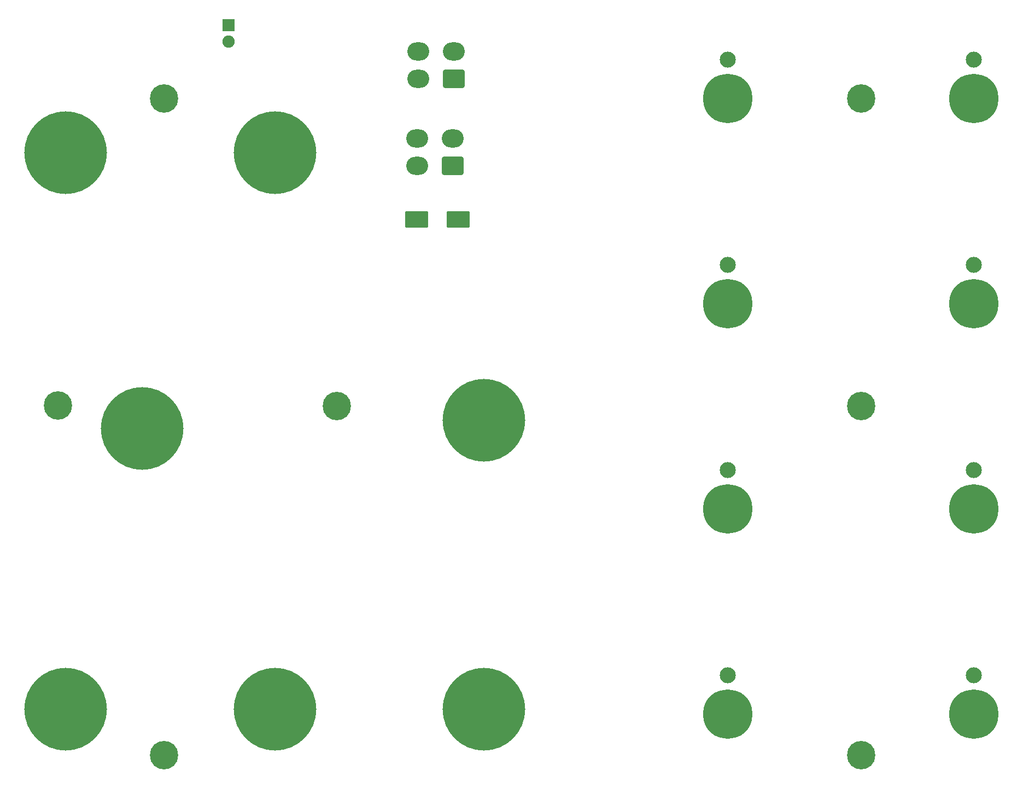
<source format=gbr>
%TF.GenerationSoftware,KiCad,Pcbnew,(6.0.9)*%
%TF.CreationDate,2022-12-07T12:29:01-09:00*%
%TF.ProjectId,COMM Panel,434f4d4d-2050-4616-9e65-6c2e6b696361,rev?*%
%TF.SameCoordinates,Original*%
%TF.FileFunction,Soldermask,Bot*%
%TF.FilePolarity,Negative*%
%FSLAX46Y46*%
G04 Gerber Fmt 4.6, Leading zero omitted, Abs format (unit mm)*
G04 Created by KiCad (PCBNEW (6.0.9)) date 2022-12-07 12:29:01*
%MOMM*%
%LPD*%
G01*
G04 APERTURE LIST*
G04 Aperture macros list*
%AMRoundRect*
0 Rectangle with rounded corners*
0 $1 Rounding radius*
0 $2 $3 $4 $5 $6 $7 $8 $9 X,Y pos of 4 corners*
0 Add a 4 corners polygon primitive as box body*
4,1,4,$2,$3,$4,$5,$6,$7,$8,$9,$2,$3,0*
0 Add four circle primitives for the rounded corners*
1,1,$1+$1,$2,$3*
1,1,$1+$1,$4,$5*
1,1,$1+$1,$6,$7*
1,1,$1+$1,$8,$9*
0 Add four rect primitives between the rounded corners*
20,1,$1+$1,$2,$3,$4,$5,0*
20,1,$1+$1,$4,$5,$6,$7,0*
20,1,$1+$1,$6,$7,$8,$9,0*
20,1,$1+$1,$8,$9,$2,$3,0*%
G04 Aperture macros list end*
%ADD10O,3.400000X2.800000*%
%ADD11RoundRect,0.300001X1.399999X-1.099999X1.399999X1.099999X-1.399999X1.099999X-1.399999X-1.099999X0*%
%ADD12C,12.800000*%
%ADD13C,4.400000*%
%ADD14C,7.640752*%
%ADD15C,2.481250*%
%ADD16C,1.900000*%
%ADD17RoundRect,0.050000X-0.900000X0.900000X-0.900000X-0.900000X0.900000X-0.900000X0.900000X0.900000X0*%
%ADD18RoundRect,0.300000X1.500000X1.000000X-1.500000X1.000000X-1.500000X-1.000000X1.500000X-1.000000X0*%
G04 APERTURE END LIST*
D10*
%TO.C,J2*%
X136842000Y-47870000D03*
X136842000Y-52070000D03*
X142342000Y-47870000D03*
D11*
X142342000Y-52070000D03*
%TD*%
D10*
%TO.C,J1*%
X136943000Y-34408000D03*
X136943000Y-38608000D03*
X142443000Y-34408000D03*
D11*
X142443000Y-38608000D03*
%TD*%
D12*
%TO.C,G3*%
X94190570Y-92683622D03*
X94190570Y-92683622D03*
%TD*%
D13*
%TO.C,21*%
X97619570Y-143229622D03*
%TD*%
%TO.C,23*%
X205569570Y-89254622D03*
%TD*%
D14*
%TO.C,9*%
X223019370Y-41629622D03*
D15*
X223019370Y-35629622D03*
D14*
X223019370Y-41629622D03*
%TD*%
%TO.C,8*%
X184919370Y-41629622D03*
D15*
X184919370Y-35629622D03*
D14*
X184919370Y-41629622D03*
%TD*%
%TO.C,11*%
X223019370Y-73379622D03*
D15*
X223019370Y-67379622D03*
D14*
X223019370Y-73379622D03*
%TD*%
%TO.C,10*%
X184919370Y-73379622D03*
D15*
X184919370Y-67379622D03*
D14*
X184919370Y-73379622D03*
%TD*%
D13*
%TO.C,24*%
X205569570Y-41629622D03*
%TD*%
D14*
%TO.C,13*%
X223019370Y-105129622D03*
D15*
X223019370Y-99129622D03*
D14*
X223019370Y-105129622D03*
%TD*%
%TO.C,12*%
X184919370Y-105129622D03*
D15*
X184919370Y-99129622D03*
D14*
X184919370Y-105129622D03*
%TD*%
D13*
%TO.C,22*%
X205569570Y-143229622D03*
%TD*%
D14*
%TO.C,16*%
X223019370Y-136879622D03*
D15*
X223019370Y-130879622D03*
D14*
X223019370Y-136879622D03*
%TD*%
%TO.C,14*%
X184919370Y-136879622D03*
D15*
X184919370Y-130879622D03*
D14*
X184919370Y-136879622D03*
%TD*%
D12*
%TO.C,7*%
X147149570Y-136117622D03*
X147149570Y-136117622D03*
%TD*%
%TO.C,6*%
X114764570Y-136117622D03*
X114764570Y-136117622D03*
%TD*%
%TO.C,5*%
X82379570Y-136117622D03*
X82379570Y-136117622D03*
%TD*%
%TO.C,4*%
X147149570Y-91413622D03*
X147149570Y-91413622D03*
%TD*%
D13*
%TO.C,20*%
X124341608Y-89254622D03*
%TD*%
%TO.C,19*%
X81178400Y-89154000D03*
%TD*%
%TO.C,17*%
X97619570Y-41629622D03*
%TD*%
D12*
%TO.C,2*%
X114764570Y-50011622D03*
X114764570Y-50011622D03*
%TD*%
%TO.C,1*%
X82379570Y-50011622D03*
X82379570Y-50011622D03*
%TD*%
D16*
%TO.C,D110*%
X107600000Y-32825000D03*
D17*
X107600000Y-30285000D03*
%TD*%
D18*
%TO.C,C1*%
X136700000Y-60400000D03*
X143200000Y-60400000D03*
%TD*%
M02*

</source>
